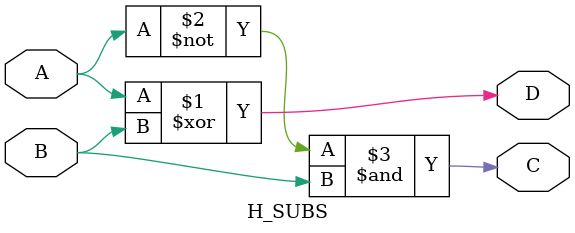
<source format=v>
module H_SUBS(A,B,D,C);
input A,B;
output D,C;
assign D=A^B;
assign C=(~(A))&B;
endmodule
</source>
